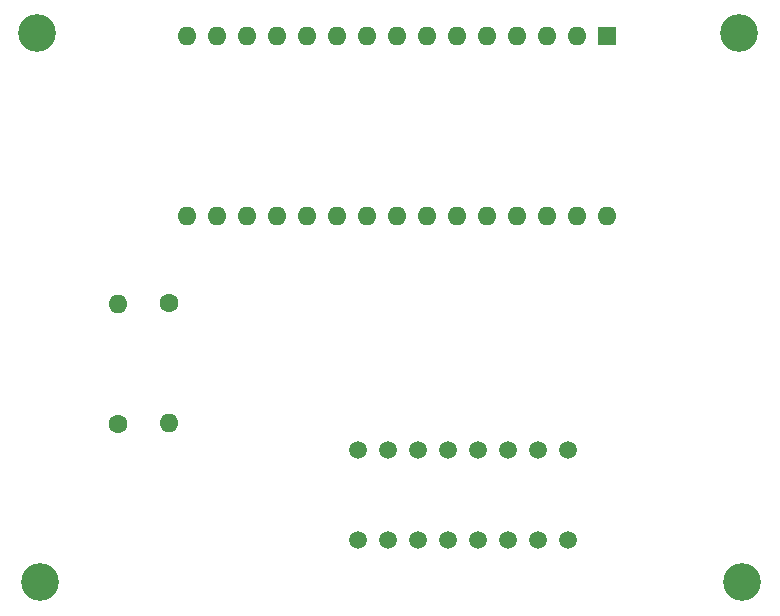
<source format=gbr>
%TF.GenerationSoftware,KiCad,Pcbnew,9.0.0*%
%TF.CreationDate,2025-07-08T22:51:07+02:00*%
%TF.ProjectId,RTC Tester,52544320-5465-4737-9465-722e6b696361,rev?*%
%TF.SameCoordinates,Original*%
%TF.FileFunction,Soldermask,Top*%
%TF.FilePolarity,Negative*%
%FSLAX46Y46*%
G04 Gerber Fmt 4.6, Leading zero omitted, Abs format (unit mm)*
G04 Created by KiCad (PCBNEW 9.0.0) date 2025-07-08 22:51:07*
%MOMM*%
%LPD*%
G01*
G04 APERTURE LIST*
%ADD10C,1.600000*%
%ADD11O,1.600000X1.600000*%
%ADD12C,3.200000*%
%ADD13C,1.498600*%
%ADD14R,1.600000X1.600000*%
G04 APERTURE END LIST*
D10*
%TO.C,R1*%
X98552000Y-97865700D03*
D11*
X98552000Y-87705700D03*
%TD*%
D12*
%TO.C,H3*%
X151384000Y-111252000D03*
%TD*%
D13*
%TO.C,IC1*%
X129032000Y-107696000D03*
X131572000Y-107696000D03*
X134112000Y-107696000D03*
X136652000Y-107696000D03*
X129032000Y-100076000D03*
X131572000Y-100076000D03*
X134112000Y-100076000D03*
X136652000Y-100076000D03*
X118872000Y-107696000D03*
X121412000Y-107696000D03*
X123952000Y-107696000D03*
X126492000Y-107696000D03*
X126492000Y-100076000D03*
X123952000Y-100076000D03*
X121412000Y-100076000D03*
X118872000Y-100076000D03*
%TD*%
D14*
%TO.C,A1*%
X139954000Y-65024000D03*
D11*
X137414000Y-65024000D03*
X134874001Y-65024000D03*
X132334000Y-65024000D03*
X129794000Y-65024000D03*
X127254000Y-65024000D03*
X124714000Y-65024000D03*
X122173999Y-65024000D03*
X119634000Y-65024000D03*
X117094000Y-65024000D03*
X114554000Y-65024000D03*
X112014001Y-65024000D03*
X109474000Y-65024000D03*
X106934000Y-65024000D03*
X104394000Y-65024000D03*
X104394000Y-80264000D03*
X106934000Y-80264000D03*
X109474000Y-80264000D03*
X112014000Y-80264000D03*
X114554000Y-80264000D03*
X117094000Y-80264000D03*
X119634000Y-80264000D03*
X122174000Y-80264000D03*
X124714000Y-80264000D03*
X127254000Y-80264000D03*
X129794000Y-80264000D03*
X132334000Y-80264000D03*
X134874000Y-80264000D03*
X137414000Y-80264000D03*
X139954000Y-80264000D03*
%TD*%
D12*
%TO.C,H2*%
X151130000Y-64770000D03*
%TD*%
%TO.C,H1*%
X91694000Y-64770000D03*
%TD*%
D10*
%TO.C,R2*%
X102870000Y-87630000D03*
D11*
X102870000Y-97790000D03*
%TD*%
D12*
%TO.C,H4*%
X91948000Y-111252000D03*
%TD*%
M02*

</source>
